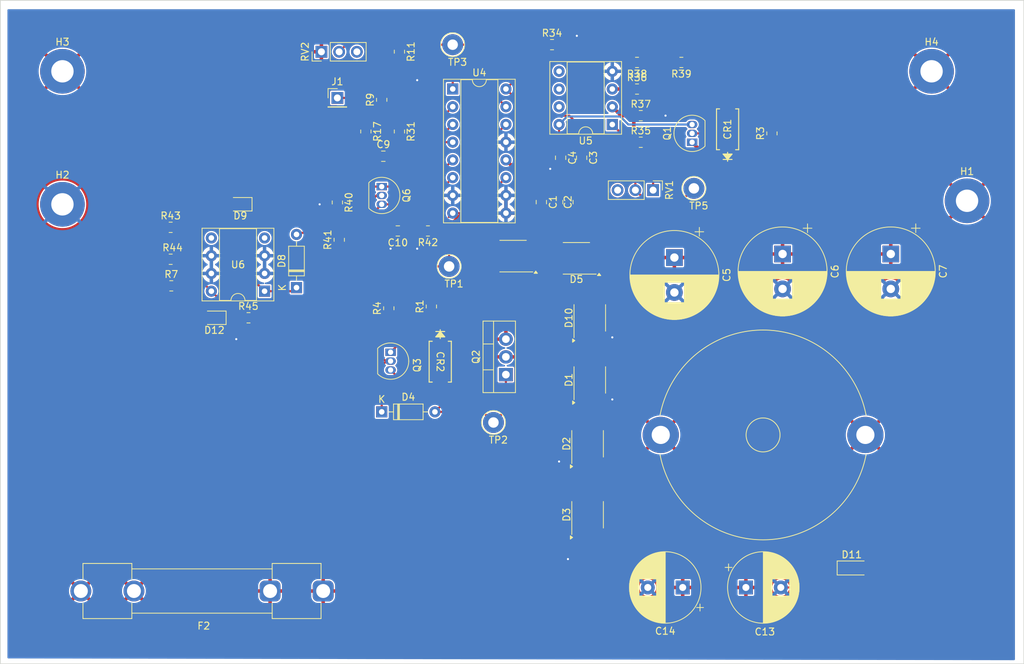
<source format=kicad_pcb>
(kicad_pcb (version 20240108) (generator "pcbnew") (generator_version "8.0")
  (title_block (company "Open Surgical Light Project - MIT Medical Device Design Spring 2024") (comment 1 "Drawn by: Edit author in Page Settings"))
  (layers (0 "F.Cu" signal) (31 "B.Cu" signal) (34 "B.Paste" user) (35 "F.Paste" user) (36 "B.SilkS" user "B.Silkscreen") (37 "F.SilkS" user "F.Silkscreen") (38 "B.Mask" user) (39 "F.Mask" user) (44 "Edge.Cuts" user))
  (property "AUTHOR" "Edit Name in Schematic setup -> Text Variables")
  (property "PROJECT_REVISION" "A01")
  (property "PROJECT_TITLE" "Template Project")
  (net 0 "")
  (net 1 "GND")
  (net 2 "Net-(D1-K)")
  (net 3 "Net-(D5-K)")
  (net 4 "BAT+")
  (net 5 "BAT-")
  (net 6 "SOLAR+")
  (net 7 "/FB")
  (net 8 "Net-(C9-Pad1)")
  (net 9 "/CT")
  (net 10 "Net-(D6-K)")
  (net 11 "Net-(D11-A2)")
  (net 12 "Net-(D8-A)")
  (net 13 "Net-(D8-K)")
  (net 14 "Net-(D9-A)")
  (net 15 "Net-(D12-A)")
  (net 16 "/PWM Out")
  (net 17 "/VREF")
  (net 18 "/VPOut")
  (net 19 "/EA1-")
  (net 20 "MCU 2.5V")
  (net 21 "/EA1+")
  (net 22 "/EA2+")
  (net 23 "Net-(U5A--)")
  (net 24 "Net-(R35-Pad1)")
  (net 25 "Net-(U5A-+)")
  (net 26 "/RT")
  (net 27 "Net-(U6-REF)")
  (net 29 "/SOLAR 15V")
  (net 30 "Net-(Q1-B)")
  (net 31 "Net-(D4-A)")
  (net 32 "Net-(D4-K)")
  (footprint "Resistor_SMD:R_0805_2012Metric_Pad1.20x1.40mm_HandSolder" (layer "F.Cu") (at 139.97 78.74 180)
    (property "Reference" "R42")
    (property "Value" "39K")
  )
  (footprint "Resistor_SMD:R_0805_2012Metric_Pad1.20x1.40mm_HandSolder" (layer "F.Cu") (at 176.26 54.61 180)
    (property "Reference" "R39")
    (property "Value" "0R1")
  )
  (footprint "Capacitor_SMD:C_0805_2012Metric" (layer "F.Cu") (at 161.98 68.26 -90)
    (property "Reference" "C3")
    (property "Value" "1uF")
  )
  (footprint "Resistor_SMD:R_0805_2012Metric_Pad1.20x1.40mm_HandSolder" (layer "F.Cu") (at 131.08 64.5 -90)
    (property "Reference" "R17")
    (property "Value" "47K")
  )
  (footprint "Package_DIP:DIP-16_W7.62mm_Socket" (layer "F.Cu") (at 143.52 58.41)
    (property "Reference" "U4")
    (property "Value" "TL494")
  )
  (footprint "Resistor_SMD:R_0805_2012Metric_Pad1.20x1.40mm_HandSolder" (layer "F.Cu") (at 114.274 91.176)
    (property "Reference" "R45")
    (property "Value" "2K")
  )
  (footprint "Package_TO_SOT_THT:TO-92_Inline" (layer "F.Cu") (at 177.8 66.04 90)
    (property "Reference" "Q1")
    (property "Value" "2n3904")
  )
  (footprint "Resistor_SMD:R_0805_2012Metric_Pad1.20x1.40mm_HandSolder" (layer "F.Cu") (at 127.27 80.01 90)
    (property "Reference" "R41")
    (property "Value" "10K")
  )
  (footprint "Resistor_SMD:R_0805_2012Metric_Pad1.20x1.40mm_HandSolder" (layer "F.Cu") (at 127 74.66 -90)
    (property "Reference" "R40")
    (property "Value" "2K2")
  )
  (footprint "Resistor_SMD:R_0805_2012Metric_Pad1.20x1.40mm_HandSolder" (layer "F.Cu") (at 189.23 64.77 90)
    (property "Reference" "R3")
    (property "Value" "10K")
  )
  (footprint "Connector_PinHeader_2.54mm:PinHeader_1x01_P2.54mm_Vertical" (layer "F.Cu") (at 127 59.69)
    (property "Reference" "J1")
    (property "Value" "Conn_01x01_Pin")
  )
  (footprint "Connector_PinHeader_2.54mm:PinHeader_1x03_P2.54mm_Vertical" (layer "F.Cu") (at 124.714 53.086 90)
    (property "Reference" "RV2")
    (property "Value" "10K")
  )
  (footprint "Package_TO_SOT_SMD:Nexperia_CFP15_SOT-1289" (layer "F.Cu") (at 162.83 109.22 90)
    (property "Reference" "D2")
    (property "Value" "PMEG045V150EPD")
  )
  (footprint "Resistor_SMD:R_0805_2012Metric" (layer "F.Cu") (at 134.366 89.8125 90)
    (property "Reference" "R4")
    (property "Value" "220R")
  )
  (footprint "Capacitor_SMD:C_0805_2012Metric_Pad1.18x1.45mm_HandSolder" (layer "F.Cu") (at 135.6575 78.74 180)
    (property "Reference" "C10")
    (property "Value" "1nF")
  )
  (footprint "Capacitor_THT:CP_Radial_D10.0mm_P5.00mm" (layer "F.Cu") (at 176.45 129.794 180)
    (property "Reference" "C14")
    (property "Value" "470uF")
  )
  (footprint "Resistor_SMD:R_0805_2012Metric_Pad1.20x1.40mm_HandSolder" (layer "F.Cu") (at 170.45 62.23)
    (property "Reference" "R37")
    (property "Value" "2K")
  )
  (footprint "Resistor_SMD:R_0805_2012Metric_Pad1.20x1.40mm_HandSolder" (layer "F.Cu") (at 135.89 53.07 -90)
    (property "Reference" "R11")
    (property "Value" "2.2K")
  )
  (footprint "MountingHole:MountingHole_3.2mm_M3_Pad_TopBottom" (layer "F.Cu") (at 217.17 74.422)
    (property "Reference" "H1")
    (property "Value" "M3 Hole")
  )
  (footprint "Resistor_SMD:R_0805_2012Metric" (layer "F.Cu") (at 103.2175 86.604)
    (property "Reference" "R7")
    (property "Value" "1K")
  )
  (footprint "Symbols and footprints:SMA_DIO" (layer "F.Cu") (at 182.88 64.1828 90)
    (property "Reference" "CR1")
    (property "Value" "SMAZ15-13-F")
  )
  (footprint "Inductor_THT:L_Radial_D29.8mm_P29.30mm_Murata_1400series" (layer "F.Cu") (at 173.31 107.95)
    (property "Reference" "L2")
    (property "Value" "100uH 10.5A")
  )
  (footprint "MountingHole:MountingHole_3.2mm_M3_Pad_TopBottom" (layer "F.Cu") (at 212.09 55.88)
    (property "Reference" "H4")
    (property "Value" "M3 Hole")
  )
  (footprint "Package_DIP:DIP-8_W7.62mm_Socket" (layer "F.Cu") (at 166.37 63.5 180)
    (property "Reference" "U5")
    (property "Value" "LM358")
  )
  (footprint "Resistor_SMD:R_0805_2012Metric" (layer "F.Cu") (at 140.462 89.5585 90)
    (property "Reference" "R1")
    (property "Value" "2k2")
  )
  (footprint "Capacitor_THT:CP_Radial_D12.5mm_P5.00mm" (layer "F.Cu") (at 175.26 82.55 -90)
    (property "Reference" "C5")
    (property "Value" "220uF")
  )
  (footprint "Capacitor_SMD:C_0805_2012Metric_Pad1.18x1.45mm_HandSolder" (layer "F.Cu") (at 133.5825 68.04)
    (property "Reference" "C9")
    (property "Value" "100nF")
  )
  (footprint "Package_TO_SOT_SMD:Nexperia_CFP15_SOT-1289" (layer "F.Cu") (at 161.23 82.665 180)
    (property "Reference" "D5")
    (property "Value" "PMEG045V150EPD")
  )
  (footprint "MountingHole:MountingHole_3.2mm_M3_Pad_TopBottom" (layer "F.Cu") (at 87.63 74.93)
    (property "Reference" "H2")
    (property "Value" "M3 Hole")
  )
  (footprint "Symbols and footprints:SMA_DIO" (layer "F.Cu") (at 141.732 97.459801 -90)
    (property "Reference" "CR2")
    (property "Value" "SMAZ15-13-F")
  )
  (footprint "Package_DIP:DIP-8_W7.62mm_Socket" (layer "F.Cu") (at 116.576 87.366 180)
    (property "Reference" "U6")
    (property "Value" "TL431D")
  )
  (footprint "Connector_PinHeader_2.54mm:PinHeader_1x03_P2.54mm_Vertical" (layer "F.Cu") (at 172.212 72.898 -90)
    (property "Reference" "RV1")
    (property "Value" "10K")
  )
  (footprint "Package_TO_SOT_SMD:Nexperia_CFP15_SOT-1289" (layer "F.Cu") (at 162.83 119.38 90)
    (property "Reference" "D3")
    (property "Value" "PMEG045V150EPD")
  )
  (footprint "TestPoint:TestPoint_Loop_D2.54mm_Drill1.5mm_Beaded" (layer "F.Cu") (at 149.352 106.172)
    (property "Reference" "TP2")
    (property "Value" "TestPoint")
  )
  (footprint "Capacitor_SMD:C_0805_2012Metric" (layer "F.Cu") (at 156.21 74.61 -90)
    (property "Reference" "C1")
    (property "Value" "1uF")
  )
  (footprint "TestPoint:TestPoint_Loop_D2.54mm_Drill1.5mm_Beaded" (layer "F.Cu") (at 143.002 83.82)
    (property "Reference" "TP1")
    (property "Value" "TestPoint")
  )
  (footprint "Resistor_SMD:R_0805_2012Metric_Pad1.20x1.40mm_HandSolder" (layer "F.Cu") (at 133.35 59.96 90)
    (property "Reference" "R9")
    (property "Value" "1K")
  )
  (footprint "Resistor_SMD:R_0805_2012Metric_Pad1.20x1.40mm_HandSolder" (layer "F.Cu") (at 170.45 66.04)
    (property "Reference" "R35")
    (property "Value" "47K")
  )
  (footprint "MountingHole:MountingHole_3.2mm_M3_Pad_TopBottom" (layer "F.Cu") (at 87.63 55.88)
    (property "Reference" "H3")
    (property "Value" "M3 Hole")
  )
  (footprint "LED_SMD:LED_0805_2012Metric" (layer "F.Cu") (at 109.3855 91.176 180)
    (property "Reference" "D12")
    (property "Value" "LED Green")
  )
  (footprint "Package_TO_SOT_SMD:Nexperia_CFP15_SOT-1289" (layer "F.Cu") (at 152.16 82.345 180)
    (property "Reference" "D6" (hide yes))
    (property "Value" "PMEG045V150EPD")
  )
  (footprint "Package_TO_SOT_THT:TO-92_Inline" (layer "F.Cu") (at 133.35 72.39 -90)
    (property "Reference" "Q6")
    (property "Value" "2N3906")
  )
  (footprint "Diode_THT:D_DO-35_SOD27_P7.62mm_Horizontal" (layer "F.Cu") (at 121.148 86.858 90)
    (property "Reference" "D8")
    (property "Value" "1N4148")
  )
  (footprint "Capacitor_THT:CP_Radial_D12.5mm_P5.00mm" (layer "F.Cu") (at 206.248 82.042 -90)
    (property "Reference" "C7")
    (property "Value" "470uF")
  )
  (footprint "Capacitor_THT:CP_Radial_D10.0mm_P5.00mm" (layer "F.Cu") (at 185.5 129.794)
    (property "Reference" "C13")
    (property "Value" "220uF")
  )
  (footprint "Resistor_SMD:R_0805_2012Metric_Pad1.20x1.40mm_HandSolder" (layer "F.Cu") (at 103.13 82.794)
    (property "Reference" "R44")
    (property "Value" "10K")
  )
  (footprint "Package_TO_SOT_SMD:Nexperia_CFP15_SOT-1289" (layer "F.Cu") (at 163.15 91.19 90)
    (property "Reference" "D10")
    (property "Value" "PMEG045V150EPD")
  )
  (footprint "Capacitor_SMD:C_0805_2012Metric" (layer "F.Cu") (at 160.02 74.61 -90)
    (property "Reference" "C2")
    (property "Value" "0.1uF")
  )
  (footprint "Resistor_SMD:R_0805_2012Metric_Pad1.20x1.40mm_HandSolder" (layer "F.Cu") (at 135.89 64.5 -90)
    (property "Reference" "R31")
    (property "Value" "56k")
  )
  (footprint "Resistor_SMD:R_0805_2012Metric_Pad1.20x1.40mm_HandSolder" (layer "F.Cu") (at 169.91 58.42)
    (property "Reference" "R36")
    (property "Value" "47K")
  )
  (footprint "Fuse:Fuseholder_Clip-6.3x32mm_Littelfuse_102071_Inline_P34.70x7.60mm_D2.00mm_Horizontal" (layer "F.Cu") (at 124.968 130.302 180)
    (property "Reference" "F2")
    (property "Value" "12A")
  )
  (footprint "Package_TO_SOT_SMD:Nexperia_CFP15_SOT-1289" (layer "F.Cu") (at 163.15 100.08 90)
    (property "Reference" "D1")
    (property "Value" "PMEG045V150EPD")
  )
  (footprint "Package_TO_SOT_THT:TO-220-3_Vertical" (layer "F.Cu") (at 151.13 99.314 90)
    (property "Reference" "Q2")
    (property "Value" "IRF9540N")
  )
  (footprint "Package_TO_SOT_THT:TO-92_Inline" (layer "F.Cu") (at 134.62 96.110601 -90)
    (property "Reference" "Q3")
    (property "Value" "TIP31")
  )
  (footprint "Resistor_SMD:R_0805_2012Metric_Pad1.20x1.40mm_HandSolder" (layer "F.Cu") (at 169.91 54.61 180)
    (property "Reference" "R38")
    (property "Value" "2K")
  )
  (footprint "Capacitor_SMD:C_0805_2012Metric" (layer "F.Cu") (at 158.97 68.26 -90)
    (property "Reference" "C4")
    (property "Value" "0.1uF")
  )
  (footprint "Diode_SMD:D_SOD-123F" (layer "F.Cu") (at 200.784 127)
    (property "Reference" "D11")
    (property "Value" "SZSMF4L15CAT3G")
  )
  (footprint "TestPoint:TestPoint_Loop_D2.54mm_Drill1.5mm_Beaded" (layer "F.Cu") (at 143.51 52.07)
    (property "Reference" "TP3")
    (property "Value" "TestPoint")
  )
  (footprint "Capacitor_THT:CP_Radial_D12.5mm_P5.00mm" (layer "F.Cu") (at 190.754 82.042 -90)
    (property "Reference" "C6")
    (property "Value" "470uF")
  )
  (footprint "LED_SMD:LED_0805_2012Metric" (layer "F.Cu") (at 113.0985 74.92 180)
    (property "Reference" "D9")
    (property "Value" "Green Led")
  )
  (footprint "Diode_THT:D_DO-35_SOD27_P7.62mm_Horizontal" (layer "F.Cu") (at 133.35 104.648)
    (property "Reference" "D4")
    (property "Value" "1N4148")
  )
  (footprint "Resistor_SMD:R_0805_2012Metric_Pad1.20x1.40mm_HandSolder" (layer "F.Cu") (at 103.13 78.222)
    (property "Reference" "R43")
    (property "Value" "2K2")
  )
  (footprint "TestPoint:TestPoint_Loop_D2.54mm_Drill1.5mm_Beaded" (layer "F.Cu") (at 178.054 72.644)
    (property "Reference" "TP5")
    (property "Value" "TestPoint")
  )
  (footprint "Resistor_SMD:R_0805_2012Metric_Pad1.20x1.40mm_HandSolder" (layer "F.Cu") (at 157.74 52.06)
    (property "Reference" "R34")
    (property "Value" "560R")
  )
  (gr_rect (start 78.74 45.72) (end 225.298 140.716) (stroke (width 0.1)) (fill none) (layer "Edge.Cuts"))
  (segment (start 115.274 91.176) (end 115.274 91.482) (width 0.3) (layer "F.Cu") (net 1))
  (segment (start 125.19 75.66) (end 124.46 74.93) (width 0.5) (layer "F.Cu") (net 1))
  (segment (start 190.5 129.794) (end 196.59 129.794) (width 0.3) (layer "F.Cu") (net 1))
  (segment (start 161.765 125.255) (end 162.56 126.05) (width 0.5) (layer "F.Cu") (net 1))
  (segment (start 182.1182 61.2886) (end 174.9314 61.2886) (width 0.3) (layer "F.Cu") (net 1))
  (segment (start 174.99 58.69) (end 177.26 56.42) (width 0.5) (layer "F.Cu") (net 1))
  (segment (start 158.74 52.06) (end 160.03 52.06) (width 0.5) (layer "F.Cu") (net 1))
  (segment (start 171.45 58.96) (end 170.91 58.42) (width 0.5) (layer "F.Cu") (net 1))
  (segment (start 162.56 126.05) (end 160.34 126.05) (width 0.5) (layer "F.Cu") (net 1))
  (segment (start 138.97 78.74) (end 138.97 80.74) (width 0.5) (layer "F.Cu") (net 1))
  (segment (start 158.99 112) (end 158.75 111.76) (width 0.5) (layer "F.Cu") (net 1))
  (segment (start 161.765 112) (end 158.99 112) (width 0.5) (layer "F.Cu") (net 1))
  (segment (start 156.21 75.56) (end 160.02 75.56) (width 0.5) (layer "F.Cu") (net 1))
  (segment (start 162.085 93.97) (end 164.215 93.97) (width 0.5) (layer "F.Cu") (net 1))
  (segment (start 161.765 122.16) (end 161.765 125.255) (width 0.5) (layer "F.Cu") (net 1))
  (segment (start 164.215 93.97) (end 166.36 93.97) (width 0.5) (layer "F.Cu") (net 1))
  (segment (start 182.88 62.0504) (end 182.1182 61.2886) (width 0.3) (layer "F.Cu") (net 1))
  (segment (start 171.45 62.23) (end 171.45 58.96) (width 0.5) (layer "F.Cu") (net 1))
  (segment (start 158.97 69.21) (end 158.12 69.21) (width 0.5) (layer "F.Cu") (net 1))
  (segment (start 127 75.66) (end 125.19 75.66) (width 0.5) (layer "F.Cu") (net 1))
  (segment (start 171.45 62.23) (end 173.99 62.23) (width 0.5) (layer "F.Cu") (net 1))
  (segment (start 135.89 54.61) (end 138.43 57.15) (width 0.3) (layer "F.Cu") (net 1))
  (segment (start 155.58 76.19) (end 156.21 75.56) (width 0.5) (layer "F.Cu") (net 1))
  (segment (start 190.246 87.55) (end 190.754 87.042) (width 0.3) (layer "F.Cu") (net 1))
  (segment (start 160.34 126.05) (end 160.02 125.73) (width 0.5) (layer "F.Cu") (net 1))
  (segment (start 166.36 102.86) (end 166.37 102.87) (width 0.5) (layer "F.Cu") (net 1))
  (segment (start 166.36 93.97) (end 166.37 93.98) (width 0.5) (layer "F.Cu") (net 1))
  (segment (start 182.88 62.3256) (end 182.88 62.0504) (width 0.3) (layer "F.Cu") (net 1))
  (segment (start 177.26 56.42) (end 177.26 54.61) (width 0.5) (layer "F.Cu") (net 1))
  (segment (start 151.14 76.19) (end 151.14 73.65) (width 0.5) (layer "F.Cu") (net 1))
  (segment (start 111.373 92.226) (end 111.373 93.085) (width 0.3) (layer "F.Cu") (net 1))
  (segment (start 158.12 69.21) (end 157.48 69.85) (width 0.5) (layer "F.Cu") (net 1))
  (segment (start 134.62 78.74) (end 134.62 81.28) (width 0.5) (layer "F.Cu") (net 1))
  (segment (start 115.274 91.482) (end 112.522 94.234) (width 0.3) (layer "F.Cu") (net 1))
  (segment (start 111.373 93.085) (end 112.522 94.234) (width 0.3) (layer "F.Cu") (net 1))
  (segment (start 135.89 54.07) (end 135.89 54.61) (width 0.3) (layer "F.Cu") (net 1))
  (segment (start 170.91 58.42) (end 171.18 58.69) (width 0.5) (layer "F.Cu") (net 1))
  (segment (start 158.97 69.21) (end 161.98 69.21) (width 0.5) (layer "F.Cu") (net 1))
  (segment (start 110.323 91.176) (end 111.373 92.226) (width 0.3) (layer "F.Cu") (net 1))
  (segment (start 174.9314 61.2886) (end 173.99 62.23) (width 0.3) (layer "F.Cu") (net 1))
  (segment (start 115.274 91.144) (end 115.274 91.176) (width 0.3) (layer "F.Cu") (net 1))
  (segment (start 160.03 52.06) (end 161.29 50.8) (width 0.5) (layer "F.Cu") (net 1))
  (segment (start 171.18 58.69) (end 174.99 58.69) (width 0.5) (layer "F.Cu") (net 1))
  (segment (start 162.085 102.86) (end 164.215 102.86) (width 0.5) (layer "F.Cu") (net 1))
  (segment (start 138.97 80.74) (end 138.43 81.28) (width 0.5) (layer "F.Cu") (net 1))
  (segment (start 163.895 122.16) (end 161.765 122.16) (width 0.5) (layer "F.Cu") (net 1))
  (segment (start 161.765 112) (end 163.895 112) (width 0.5) (layer "F.Cu") (net 1))
  (segment (start 196.59 129.794) (end 199.384 127) (width 0.3) (layer "F.Cu") (net 1))
  (segment (start 164.215 102.86) (end 166.36 102.86) (width 0.5) (layer "F.Cu") (net 1))
  (segment (start 151.14 76.19) (end 155.58 76.19) (width 0.5) (layer "F.Cu") (net 1))
  (via (at 166.37 102.87) (size 0.6) (drill 0.3) (layers "F.Cu" "B.Cu") (net 1))
  (via (at 160.02 125.73) (size 0.6) (drill 0.3) (layers "F.Cu" "B.Cu") (net 1))
  (via (at 157.48 69.85) (size 0.6) (drill 0.3) (layers "F.Cu" "B.Cu") (net 1))
  (via (at 161.29 50.8) (size 0.6) (drill 0.3) (layers "F.Cu" "B.Cu") (net 1))
  (via (at 134.62 81.28) (size 0.6) (drill 0.3) (layers "F.Cu" "B.Cu") (net 1))
  (via (at 158.75 111.76) (size 0.6) (drill 0.3) (layers "F.Cu" "B.Cu") (net 1))
  (via (at 166.37 93.98) (size 0.6) (drill 0.3) (layers "F.Cu" "B.Cu") (net 1))
  (via (at 138.43 57.15) (size 0.6) (drill 0.3) (layers "F.Cu" "B.Cu") (net 1))
  (via (at 138.43 81.28) (size 0.6) (drill 0.3) (layers "F.Cu" "B.Cu") (net 1))
  (via (at 173.99 62.23) (size 0.6) (drill 0.3) (layers "F.Cu" "B.Cu") (net 1))
  (via (at 124.46 74.93) (size 0.6) (drill 0.3) (layers "F.Cu" "B.Cu") (net 1))
  (via (at 112.522 94.234) (size 0.6) (drill 0.3) (layers "F.Cu" "B.Cu") (net 1))
  (segment (start 140.617 94.212401) (end 141.732 95.327401) (width 0.3) (layer "F.Cu") (net 3))
  (segment (start 141.732 91.741) (end 141.732 95.602601) (width 0.3) (layer "F.Cu") (net 3))
  (segment (start 136.5182 94.212401) (end 140.617 94.212401) (width 0.3) (layer "F.Cu") (net 3))
  (segment (start 141.732 95.327401) (end 141.732 95.602601) (width 0.3) (layer "F.Cu") (net 3))
  (segment (start 154.94 81.28) (end 154.94 83.41) (width 0.3) (layer "F.Cu") (net 3))
  (segment (start 134.62 96.110601) (end 136.5182 94.212401) (width 0.3) (layer "F.Cu") (net 3))
  (segment (start 140.462 90.471) (end 141.732 91.741) (width 0.3) (layer "F.Cu") (net 3))
  (segment (start 170.91 54.61) (end 175.26 54.61) (width 0.5) (layer "F.Cu") (net 5))
  (segment (start 160.02 73.66) (end 161.104 74.744) (width 0.5) (layer "F.Cu") (net 6))
  (segment (start 151.14 68.57) (end 156.21 73.64) (width 0.5) (layer "F.Cu") (net 6))
  (segment (start 184.404 70.612) (end 183.896 70.612) (width 0.5) (layer "F.Cu") (net 6))
  (segment (start 183.896 70.612) (end 182.372 70.612) (width 0.5) (layer "F.Cu") (net 6))
  (segment (start 156.21 73.64) (end 156.21 73.66) (width 0.5) (layer "F.Cu") (net 6))
  (segment (start 164.01 81.6) (end 164.01 83.73) (width 0.3) (layer "F.Cu") (net 6))
  (segment (start 183.896 70.612) (end 188.738 65.77) (width 0.5) (layer "F.Cu") (net 6))
  (segment (start 188.738 65.77) (end 189.23 65.77) (width 0.5) (layer "F.Cu") (net 6))
  (segment (start 182.372 70.612) (end 177.8 66.04) (width 0.5) (layer "F.Cu") (net 6))
  (segment (start 156.21 73.66) (end 160.02 73.66) (width 0.5) (layer "F.Cu") (net 6))
  (segment (start 180.272 74.744) (end 184.404 70.612) (width 0.5) (layer "F.Cu") (net 6))
  (segment (start 161.104 74.744) (end 180.272 74.744) (width 0.5) (layer "F.Cu") (net 6))
  (segment (start 135.89 66.77) (end 134.62 68.04) (width 0.3) (layer "F.Cu") (net 7))
  (segment (start 135.89 65.5) (end 141.51 65.5) (width 0.3) (layer "F.Cu") (net 7))
  (segment (start 141.51 65.5) (end 143.52 63.49) (width 0.3) (layer "F.Cu") (net 7))
  (segment (start 135.89 65.5) (end 135.89 66.77) (width 0.3) (layer "F.Cu") (net 7))
  (segment (start 131.08 66.575) (end 132.545 68.04) (width 0.3) (layer "F.Cu") (net 8))
  (segment (start 131.08 65.5) (end 131.08 66.575) (width 0.3) (layer "F.Cu") (net 8))
  (segment (start 136.695 75.395) (end 136.695 78.74) (width 0.3) (layer "F.Cu") (net 9))
  (segment (start 143.52 68.57) (end 136.695 75.395) (width 0.3) (layer "F.Cu") (net 9))
  (segment (start 149.7175 80.9225) (end 151.14 82.345) (width 0.3) (layer "F.Cu") (net 10))
  (segment (start 127.042 79.238) (end 127.27 79.01) (width 0.3) (layer "F.Cu") (net 12))
  (segment (start 132.62 73.66) (end 127.27 79.01) (width 0.3) (layer "F.Cu") (net 12))
  (segment (start 127.27 79.01) (end 121.376 79.01) (width 0.3) (layer "F.Cu") (net 12))
  (segment (start 121.376 79.01) (end 121.148 79.238) (width 0.3) (layer "F.Cu") (net 12))
  (segment (start 133.35 73.66) (end 132.62 73.66) (width 0.3) (layer "F.Cu") (net 12))
  (segment (start 114.036 74.92) (end 114.036 84.826) (width 0.3) (layer "F.Cu") (net 13))
  (segment (start 114.036 84.826) (end 116.576 87.366) (width 0.3) (layer "F.Cu") (net 13))
  (segment (start 116.576 87.366) (end 120.64 87.366) (width 0.3) (layer "F.Cu") (net 13))
  (segment (start 120.64 87.366) (end 121.148 86.858) (width 0.3) (layer "F.Cu") (net 13))
  (segment (start 108.692 73.66) (end 110.901 73.66) (width 0.3) (layer "F.Cu") (net 14))
  (segment (start 104.13 78.222) (end 108.692 73.66) (width 0.3) (layer "F.Cu") (net 14))
  (segment (start 110.901 73.66) (end 112.161 74.92) (width 0.3) (layer "F.Cu") (net 14))
  (segment (start 104.13 86.858) (end 108.448 91.176) (width 0.3) (layer "F.Cu") (net 15))
  (segment (start 104.13 86.604) (end 104.13 86.858) (width 0.3) (layer "F.Cu") (net 15))
  (segment (start 143.002 77.968) (end 143.002 83.82) (width 0.3) (layer "F.Cu") (net 16))
  (segment (start 144.78 76.19) (end 146.06 76.19) (width 0.3) (layer "F.Cu") (net 16))
  (segment (start 144.78 76.19) (end 143.002 77.968) (width 0.3) (layer "F.Cu") (net 16))
  (segment (start 139.446 83.82) (end 134.366 88.9) (width 0.3) (layer "F.Cu") (net 16))
  (segment (start 143.002 83.82) (end 139.446 83.82) (width 0.3) (layer "F.Cu") (net 16))
  (segment (start 146.06 76.19) (end 151.14 71.11) (width 0.3) (layer "F.Cu") (net 16))
  (segment (start 143.52 76.19) (end 144.78 76.19) (width 0.3) (layer "F.Cu") (net 16))
  (segment (start 143.52 76.19) (end 142.955 76.755) (width 0.3) (layer "F.Cu") (net 16))
  (segment (start 133.35 74.93) (end 127.27 81.01) (width 0.3) (layer "F.Cu") (net 17))
  (segment (start 134.62 74.93) (end 142.23 67.32) (width 0.3) (layer "F.Cu") (net 17))
  (segment (start 133.35 74.93) (end 134.62 74.93) (width 0.3) (layer "F.Cu") (net 17))
  (segment (start 142.23 67.32) (end 147.31 67.32) (width 0.3) (layer "F.Cu") (net 17))
  (segment (start 147.31 67.32) (end 151.14 63.49) (width 0.3) (layer "F.Cu") (net 17))
  (segment (start 143.52 66.03) (end 142.38863 66.03) (width 0.3) (layer "F.Cu") (net 18))
  (segment (start 128.27 72.39) (end 133.35 72.39) (width 0.3) (layer "F.Cu") (net 18))
  (segment (start 136.02863 72.39) (end 133.35 72.39) (width 0.3) (layer "F.Cu") (net 18))
  (segment (start 142.38863 66.03) (end 136.02863 72.39) (width 0.3) (layer "F.Cu") (net 18))
  (segment (start 127 73.66) (end 128.27 72.39) (width 0.3) (layer "F.Cu") (net 18))
  (segment (start 140.97 63.5) (end 143.52 60.95) (width 0.3) (layer "F.Cu") (net 19))
  (segment (start 133.35 60.96) (end 135.89 63.5) (width 0.3) (layer "F.Cu") (net 19))
  (segment (start 131.08 63.23) (end 131.08 63.5) (width 0.3) (layer "F.Cu") (net 19))
  (segment (start 133.35 60.96) (end 131.08 63.23) (width 0.3) (layer "F.Cu") (net 19))
  (segment (start 135.89 63.5) (end 140.97 63.5) (width 0.3) (layer "F.Cu") (net 19))
  (segment (start 149.85 59.66) (end 151.14 60.95) (width 0.3) (layer "F.Cu") (net 20))
  (segment (start 133.35 58.96) (end 134.05 59.66) (width 0.3) (layer "F.Cu") (net 20))
  (segment (start 134.05 59.66) (end 149.85 59.66) (width 0.3) (layer "F.Cu") (net 20))
  (segment (start 127 59.69) (end 132.62 59.69) (width 0.3) (layer "F.Cu") (net 20))
  (segment (start 132.62 59.69) (end 133.35 58.96) (width 0.3) (layer "F.Cu") (net 20))
  (segment (start 143.51 58.4) (end 143.52 58.41) (width 0.3) (layer "F.Cu") (net 21))
  (segment (start 135.636 52.07) (end 135.452 51.886) (width 0.3) (layer "F.Cu") (net 21))
  (segment (start 145.542 52.07) (end 143.51 52.07) (width 0.3) (layer "F.Cu") (net 21))
  (segment (start 128.454 51.886) (end 127.254 53.086) (width 0.3) (layer "F.Cu") (net 21))
  (segment (start 135.89 52.07) (end 135.636 52.07) (width 0.3) (layer "F.Cu") (net 21))
  (segment (start 146.812 53.34) (end 145.542 52.07) (width 0.3) (layer "F.Cu") (net 21))
  (segment (start 135.452 51.886) (end 128.454 51.886) (width 0.3) (layer "F.Cu") (net 21))
  (segment (start 135.89 52.07) (end 143.51 52.07) (width 0.3) (layer "F.Cu") (net 21))
  (segment (start 143.52 56.632) (end 146.812 53.34) (width 0.3) (layer "F.Cu") (net 21))
  (segment (start 143.52 58.41) (end 143.52 56.632) (width 0.3) (layer "F.Cu") (net 21))
  (segment (start 169.672 71.695919) (end 160.226081 62.25) (width 0.3) (layer "F.Cu") (net 22))
  (segment (start 156.74 52.81) (end 156.74 52.06) (width 0.3) (layer "F.Cu") (net 22))
  (segment (start 154.98 62.25) (end 151.14 58.41) (width 0.3) (layer "F.Cu") (net 22))
  (segment (start 151.14 58.41) (end 156.74 52.81) (width 0.3) (layer "F.Cu") (net 22))
  (segment (start 170.918 74.144) (end 169.672 72.898) (width 0.3) (layer "F.Cu") (net 22))
  (segment (start 176.554 74.144) (end 170.918 74.144) (width 0.3) (layer "F.Cu") (net 22))
  (segment (start 169.672 72.898) (end 169.672 71.695919) (width 0.3) (layer "F.Cu") (net 22))
  (segment (start 160.226081 62.25) (end 154.98 62.25) (width 0.3) (layer "F.Cu") (net 22))
  (segment (start 178.054 72.644) (end 176.554 74.144) (width 0.3) (layer "F.Cu") (net 22))
  (segment (start 169.45 62.23) (end 169.45 64.04) (width 0.5) (layer "F.Cu") (net 23))
  (segment (start 169.45 62.23) (end 167.64 62.23) (width 0.5) (layer "F.Cu") (net 23))
  (segment (start 169.45 64.04) (end 171.45 66.04) (width 0.5) (layer "F.Cu") (net 23))
  (segment (start 167.64 62.23) (end 166.37 60.96) (width 0.5) (layer "F.Cu") (net 23))
  (segment (start 172.212 68.802) (end 169.45 66.04) (width 0.3) (layer "F.Cu") (net 24))
  (segment (start 168.91 66.04) (end 166.37 63.5) (width 0.3) (layer "F.Cu") (net 24))
  (segment (start 172.212 72.898) (end 172.212 68.802) (width 0.3) (layer "F.Cu") (net 24))
  (segment (start 169.45 66.04) (end 168.91 66.04) (width 0.3) (layer "F.Cu") (net 24))
  (segment (start 168.91 58.42) (end 166.37 58.42) (width 0.5) (layer "F.Cu") (net 25))
  (segment (start 168.91 54.61) (end 168.91 58.42) (width 0.5) (layer "F.Cu") (net 25))
  (segment (start 140.97 73.66) (end 140.97 78.74) (width 0.3) (layer "F.Cu") (net 26))
  (segment (start 143.52 71.11) (end 140.97 73.66) (width 0.3) (layer "F.Cu") (net 26))
  (segment (start 104.384 82.794) (end 108.956 87.366) (width 0.3) (layer "F.Cu") (net 27))
  (segment (start 108.956 87.366) (end 112.766 91.176) (width 0.3) (layer "F.Cu") (net 27))
  (segment (start 104.13 82.794) (end 104.384 82.794) (width 0.3) (layer "F.Cu") (net 27))
  (segment (start 112.766 91.176) (end 113.274 91.176) (width 0.3) (layer "F.Cu") (net 27))
  (segment (start 158.75 63.5) (end 158.75 67.09) (width 0.3) (layer "F.Cu") (net 29))
  (segment (start 158.97 67.31) (end 161.98 67.31) (width 0.3) (layer "F.Cu") (net 29))
  (segment (start 158.75 67.09) (end 158.97 67.31) (width 0.3) (layer "F.Cu") (net 29))
  (segment (start 158.74 63.49) (end 158.75 63.5) (width 0.3) (layer "F.Cu") (net 29))
  (segment (start 168.67 63.5) (end 177.8 63.5) (width 0.3) (layer "B.Cu") (net 29))
  (segment (start 159.9 62.35) (end 167.52 62.35) (width 0.3) (layer "B.Cu") (net 29))
  (segment (start 167.52 62.35) (end 168.67 63.5) (width 0.3) (layer "B.Cu") (net 29))
  (segment (start 158.75 63.5) (end 159.9 62.35) (width 0.3) (layer "B.Cu") (net 29))
  (segment (start 181.7302 67.4302) (end 181.765 67.4302) (width 0.3) (layer "F.Cu") (net 30))
  (segment (start 177.8 64.77) (end 179.07 64.77) (width 0.3) (layer "F.Cu") (net 30))
  (segment (start 179.07 64.77) (end 181.7302 67.4302) (width 0.3) (layer "F.Cu") (net 30))
  (segment (start 182.88 66.3152) (end 183.995 67.4302) (width 0.3) (layer "F.Cu") (net 30))
  (segment (start 181.765 67.4302) (end 182.88 66.3152) (width 0.3) (layer "F.Cu") (net 30))
  (segment (start 182.88 66.04) (end 182.88 66.3152) (width 0.3) (layer "F.Cu") (net 30))
  (segment (start 185.5698 67.4302) (end 189.23 63.77) (width 0.3) (layer "F.Cu") (net 30))
  (segment (start 183.995 67.4302) (end 185.5698 67.4302) (width 0.3) (layer "F.Cu") (net 30))
  (segment (start 151.13 104.394) (end 151.13 99.314) (width 0.3) (layer "F.Cu") (net 31))
  (segment (start 140.617 100.707201) (end 141.732 99.592201) (width 0.3) (layer "F.Cu") (net 31))
  (segment (start 149.352 106.172) (end 151.13 104.394) (width 0.3) (layer "F.Cu") (net 31))
  (segment (start 147.828 104.648) (end 149.352 106.172) (width 0.3) (layer "F.Cu") (net 31))
  (segment (start 141.732 99.592201) (end 141.732 99.317001) (width 0.3) (layer "F.Cu") (net 31))
  (segment (start 141.732 99.317001) (end 141.732 103.886) (width 0.3) (layer "F.Cu") (net 31))
  (segment (start 134.62 98.650601) (end 136.6766 100.707201) (width 0.3) (layer "F.Cu") (net 31))
  (segment (start 140.97 104.648) (end 147.828 104.648) (width 0.3) (layer "F.Cu") (net 31))
  (segment (start 136.6766 100.707201) (end 140.617 100.707201) (width 0.3) (layer "F.Cu") (net 31))
  (segment (start 141.732 103.886) (end 140.97 104.648) (width 0.3) (layer "F.Cu") (net 31))
  (segment (start 134.366 90.725) (end 133.52 91.571) (width 0.3) (layer "F.Cu") (net 32))
  (segment (start 133.52 91.571) (end 133.52 96.985601) (width 0.3) (layer "F.Cu") (net 32))
  (segment (start 133.915 97.380601) (end 134.62 97.380601) (width 0.3) (layer "F.Cu") (net 32))
  (segment (start 134.02 97.380601) (end 133.35 98.050601) (width 0.3) (layer "F.Cu") (net 32))
  (segment (start 134.366 90.725) (end 138.383 90.725) (width 0.3) (layer "F.Cu") (net 32))
  (segment (start 133.35 98.050601) (end 133.35 104.648) (width 0.3) (layer "F.Cu") (net 32))
  (segment (start 138.383 90.725) (end 140.462 88.646) (width 0.3) (layer "F.Cu") (net 32))
  (segment (start 133.52 96.985601) (end 133.915 97.380601) (width 0.3) (layer "F.Cu") (net 32))
  (segment (start 134.62 97.380601) (end 134.02 97.380601) (width 0.3) (layer "F.Cu") (net 32))
  (zone (net 5) (net_name "BAT-") (layer "F.Cu") (priority 1) (connect_pads (clearance 0)) (min_thickness 0.25) (fill yes (thermal_gap 0.5) (thermal_bridge_width 0.5))
    (polygon (pts (xy 220.98 50.8) (xy 220.98 63.5) (xy 172.72 63.5) (xy 172.72 50.8)))
  )
  (zone (net 11) (net_name "Net-(D11-A2)") (layer "F.Cu") (priority 5) (connect_pads (clearance 0)) (min_thickness 0.25) (fill yes (thermal_gap 0.5) (thermal_bridge_width 0.5))
    (polygon (pts (xy 210.566 103.378) (xy 189.484 103.378) (xy 189.484 128.016) (xy 114.808 128.016) (xy 114.808 138.176) (xy 210.566 138.176)))
  )
  (zone (net 6) (net_name "SOLAR+") (layer "F.Cu") (priority 2) (connect_pads (clearance 0)) (min_thickness 0.25) (fill yes (thermal_gap 0.5) (thermal_bridge_width 0.5))
    (polygon (pts (xy 220.98 64.77) (xy 185.42 64.77) (xy 185.42 71.12) (xy 160.02 71.12) (xy 159.766 81.915) (xy 166.37 81.788) (xy 166.37 77.47) (xy 213.36 77.47) (xy 213.36 80.01) (xy 220.98 80.01)))
  )
  (zone (net 2) (net_name "Net-(D1-K)") (layer "F.Cu") (priority 3) (connect_pads (clearance 0)) (min_thickness 0.25) (fill yes (thermal_gap 0.5) (thermal_bridge_width 0.5))
    (polygon (pts (xy 154.94 86.36) (xy 154.94 95.25) (xy 148.59 95.25) (xy 148.59 102.87) (xy 157.48 102.87) (xy 157.48 125.73) (xy 172.72 125.73) (xy 172.72 116.84) (xy 187.96 116.84) (xy 187.96 92.71) (xy 170.18 92.71) (xy 170.18 86.36)))
  )
  (zone (net 4) (net_name "BAT+") (layer "F.Cu") (connect_pads (clearance 0)) (min_thickness 0.25) (fill yes (thermal_gap 0.5) (thermal_bridge_width 0.5))
    (polygon (pts (xy 81.28 48.26) (xy 127 48.26) (xy 127 71.12) (xy 116.84 71.12) (xy 116.84 76.2) (xy 106.68 76.2) (xy 106.68 134.62) (xy 81.28 134.62)))
  )
  (zone (net 3) (net_name "Net-(D5-K)") (layer "F.Cu") (priority 4) (connect_pads (clearance 0)) (min_thickness 0.25) (fill yes (thermal_gap 0.5) (thermal_bridge_width 0.5))
    (polygon (pts (xy 177.546 82.296) (xy 177.546 78.994) (xy 207.518 78.994) (xy 207.518 86.106) (xy 172.212 86.106) (xy 172.212 85.852) (xy 154.94 85.852) (xy 154.94 85.852) (xy 154.178 85.852) (xy 154.178 94.234) (xy 152.4 94.234) (xy 152.4 94.996) (xy 147.574 94.996) (xy 147.574 97.028) (xy 143.51 97.028) (xy 143.51 97.028) (xy 139.954 97.028) (xy 139.954 91.694) (xy 146.304 91.694) (xy 146.304 82.296)))
  )
  (zone (net 1) (net_name "GND") (layer "B.Cu") (priority 6) (connect_pads (clearance 0)) (min_thickness 0.25) (fill yes (thermal_gap 0.5) (thermal_bridge_width 0.5))
    (polygon (pts (xy 79.756 46.99) (xy 224.028 46.99) (xy 224.028 140.208) (xy 79.756 139.954)))
  )
)
</source>
